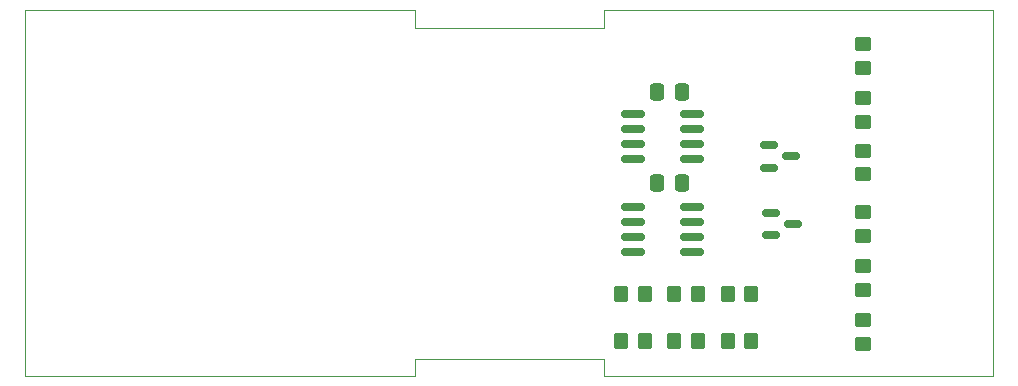
<source format=gbr>
%TF.GenerationSoftware,KiCad,Pcbnew,6.0.11-2627ca5db0~126~ubuntu20.04.1*%
%TF.CreationDate,2024-09-22T13:49:42-05:00*%
%TF.ProjectId,modbus_rtu_mirror_base_88x37x59mm,6d6f6462-7573-45f7-9274-755f6d697272,rev?*%
%TF.SameCoordinates,Original*%
%TF.FileFunction,Paste,Top*%
%TF.FilePolarity,Positive*%
%FSLAX46Y46*%
G04 Gerber Fmt 4.6, Leading zero omitted, Abs format (unit mm)*
G04 Created by KiCad (PCBNEW 6.0.11-2627ca5db0~126~ubuntu20.04.1) date 2024-09-22 13:49:42*
%MOMM*%
%LPD*%
G01*
G04 APERTURE LIST*
G04 Aperture macros list*
%AMRoundRect*
0 Rectangle with rounded corners*
0 $1 Rounding radius*
0 $2 $3 $4 $5 $6 $7 $8 $9 X,Y pos of 4 corners*
0 Add a 4 corners polygon primitive as box body*
4,1,4,$2,$3,$4,$5,$6,$7,$8,$9,$2,$3,0*
0 Add four circle primitives for the rounded corners*
1,1,$1+$1,$2,$3*
1,1,$1+$1,$4,$5*
1,1,$1+$1,$6,$7*
1,1,$1+$1,$8,$9*
0 Add four rect primitives between the rounded corners*
20,1,$1+$1,$2,$3,$4,$5,0*
20,1,$1+$1,$4,$5,$6,$7,0*
20,1,$1+$1,$6,$7,$8,$9,0*
20,1,$1+$1,$8,$9,$2,$3,0*%
G04 Aperture macros list end*
%TA.AperFunction,Profile*%
%ADD10C,0.100000*%
%TD*%
%ADD11RoundRect,0.150000X-0.825000X-0.150000X0.825000X-0.150000X0.825000X0.150000X-0.825000X0.150000X0*%
%ADD12RoundRect,0.150000X-0.587500X-0.150000X0.587500X-0.150000X0.587500X0.150000X-0.587500X0.150000X0*%
%ADD13RoundRect,0.250000X-0.450000X0.350000X-0.450000X-0.350000X0.450000X-0.350000X0.450000X0.350000X0*%
%ADD14RoundRect,0.250000X-0.350000X-0.450000X0.350000X-0.450000X0.350000X0.450000X-0.350000X0.450000X0*%
%ADD15RoundRect,0.250000X-0.337500X-0.475000X0.337500X-0.475000X0.337500X0.475000X-0.337500X0.475000X0*%
G04 APERTURE END LIST*
D10*
X133000000Y-101500000D02*
X149000000Y-101500000D01*
X149000000Y-131000000D02*
X149000000Y-129500000D01*
X149000000Y-100000000D02*
X149000000Y-101500000D01*
X133000000Y-129500000D02*
X149000000Y-129500000D01*
X100000000Y-100000000D02*
X100000000Y-131000000D01*
X100000000Y-131000000D02*
X133000000Y-131000000D01*
X182000000Y-100000000D02*
X182000000Y-131000000D01*
X149000000Y-131000000D02*
X182000000Y-131000000D01*
X100000000Y-100000000D02*
X133000000Y-100000000D01*
X133000000Y-100000000D02*
X133000000Y-101500000D01*
X133000000Y-131000000D02*
X133000000Y-129500000D01*
X149000000Y-100000000D02*
X182000000Y-100000000D01*
D11*
%TO.C,U2*%
X151525000Y-108839000D03*
X151525000Y-110109000D03*
X151525000Y-111379000D03*
X151525000Y-112649000D03*
X156475000Y-112649000D03*
X156475000Y-111379000D03*
X156475000Y-110109000D03*
X156475000Y-108839000D03*
%TD*%
D12*
%TO.C,D1*%
X163146500Y-117160000D03*
X163146500Y-119060000D03*
X165021500Y-118110000D03*
%TD*%
D13*
%TO.C,R6*%
X171000000Y-111903000D03*
X171000000Y-113903000D03*
%TD*%
D14*
%TO.C,RJ2*%
X155000000Y-128000000D03*
X157000000Y-128000000D03*
%TD*%
D13*
%TO.C,R3*%
X171000000Y-126238000D03*
X171000000Y-128238000D03*
%TD*%
%TO.C,R4*%
X171000000Y-102886000D03*
X171000000Y-104886000D03*
%TD*%
D14*
%TO.C,RJ4*%
X150500000Y-124000000D03*
X152500000Y-124000000D03*
%TD*%
D15*
%TO.C,C1*%
X153562500Y-114681000D03*
X155637500Y-114681000D03*
%TD*%
D14*
%TO.C,RJ6*%
X159500000Y-124000000D03*
X161500000Y-124000000D03*
%TD*%
D13*
%TO.C,R2*%
X171000000Y-121666000D03*
X171000000Y-123666000D03*
%TD*%
D15*
%TO.C,C2*%
X153562500Y-106934000D03*
X155637500Y-106934000D03*
%TD*%
D13*
%TO.C,R1*%
X171000000Y-117094000D03*
X171000000Y-119094000D03*
%TD*%
%TO.C,R5*%
X171000000Y-107458000D03*
X171000000Y-109458000D03*
%TD*%
D11*
%TO.C,U1*%
X151525000Y-116713000D03*
X151525000Y-117983000D03*
X151525000Y-119253000D03*
X151525000Y-120523000D03*
X156475000Y-120523000D03*
X156475000Y-119253000D03*
X156475000Y-117983000D03*
X156475000Y-116713000D03*
%TD*%
D12*
%TO.C,D2*%
X163019500Y-111445000D03*
X163019500Y-113345000D03*
X164894500Y-112395000D03*
%TD*%
D14*
%TO.C,RJ1*%
X150500000Y-128000000D03*
X152500000Y-128000000D03*
%TD*%
%TO.C,RJ3*%
X159500000Y-128000000D03*
X161500000Y-128000000D03*
%TD*%
%TO.C,RJ5*%
X155000000Y-124000000D03*
X157000000Y-124000000D03*
%TD*%
M02*

</source>
